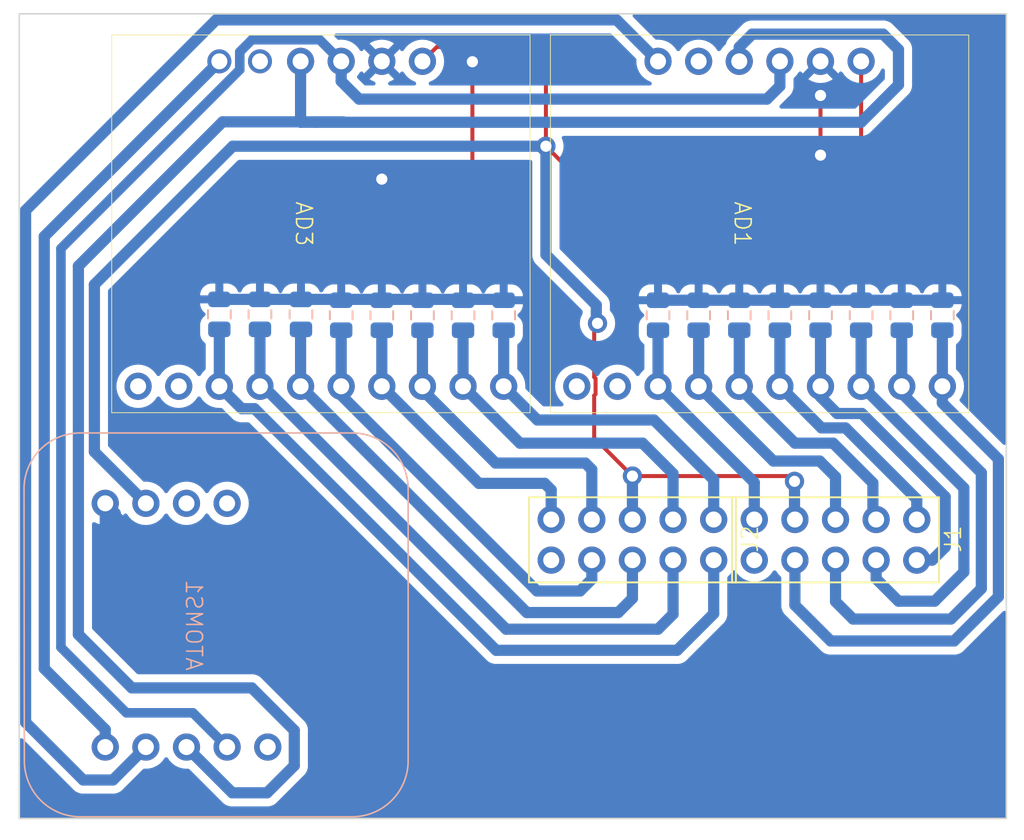
<source format=kicad_pcb>
(kicad_pcb (version 20221018) (generator pcbnew)
  (layers (0 "F.Cu" signal) (31 "B.Cu" signal) (34 "B.Paste" user) (35 "F.Paste" user) (36 "B.SilkS" user "B.Silkscreen") (37 "F.SilkS" user "F.Silkscreen") (38 "B.Mask" user) (39 "F.Mask" user) (44 "Edge.Cuts" user))
  (net 0 "")
  (net 1 "/1_I07")
  (net 2 "/1_I06")
  (net 3 "/1_I05")
  (net 4 "/1_I04")
  (net 5 "+5V")
  (net 6 "/1_I03")
  (net 7 "/1_I02")
  (net 8 "/1_I01")
  (net 9 "/1_I00")
  (net 10 "/2_I07")
  (net 11 "/2_I06")
  (net 12 "/2_I05")
  (net 13 "/2_I04")
  (net 14 "/2_I03")
  (net 15 "/2_I00")
  (net 16 "GND2")
  (net 17 "/SCL")
  (net 18 "/SDA")
  (net 19 "/2_I01")
  (net 21 "/G7")
  (net 27 "/G8")
  (net 31 "/PIN_10")
  (net 32 "/2_I02")
  (net 33 "/PIN_20")
  (footprint "EC_Buying_AD5593:EC Buying AD5593" (layer "F.Cu") (at 54.9656 61.6204 -90)
    (fp_text reference "AD1" (at 0 -10.366 -90 unlocked) (layer "F.SilkS") (effects (font (thickness 0.1))))
    (fp_text value "~")
    (fp_line (start -11.811 -24.511) (end -11.811 1.651) (stroke (width 0.05)) (layer "F.SilkS"))
    (fp_line (start -11.811 -24.511) (end 11.811 -24.511) (stroke (width 0.05)) (layer "F.SilkS"))
    (fp_line (start 11.811 -24.511) (end 11.811 1.651) (stroke (width 0.05)) (layer "F.SilkS"))
    (fp_line (start 11.811 1.651) (end -11.811 1.651) (stroke (width 0.05)) (layer "F.SilkS"))
    (pad "1" thru_hole circle (at -10.16 -17.78 270) (size 1.7 1.7) (drill 1) (layers "*.Cu" "*.Mask") (net 5 "+5V"))
    (pad "2" thru_hole circle (at -10.16 -15.24 270) (size 1.7 1.7) (drill 1) (layers "*.Cu" "*.Mask") (net 16 "GND2"))
    (pad "3" thru_hole circle (at -10.16 -12.7 270) (size 1.7 1.7) (drill 1) (layers "*.Cu" "*.Mask") (net 17 "/SCL"))
    (pad "4" thru_hole circle (at -10.16 -10.16 270) (size 1.7 1.7) (drill 1) (layers "*.Cu" "*.Mask") (net 18 "/SDA"))
    (pad "5" thru_hole circle (at -10.16 -7.62 270) (size 1.7 1.7) (drill 1) (layers "*.Cu" "*.Mask"))
    (pad "6" thru_hole circle (at -10.16 -5.08 270) (size 1.7 1.7) (drill 1) (layers "*.Cu" "*.Mask") (net 21 "/G7"))
    (pad "7" thru_hole circle (at 10.16 0 270) (size 1.7 1.7) (drill 1) (layers "*.Cu" "*.Mask" "Dwgs.User"))
    (pad "8" thru_hole circle (at 10.16 -2.54 270) (size 1.7 1.7) (drill 1) (layers "*.Cu" "*.Mask"))
    (pad "9" thru_hole circle (at 10.16 -5.08 270) (size 1.7 1.7) (drill 1) (layers "*.Cu" "*.Mask" "Dwgs.User") (net 6 "/1_I03"))
    (pad "10" thru_hole circle (at 10.16 -7.62 270) (size 1.7 1.7) (drill 1) (layers "*.Cu" "*.Mask") (net 7 "/1_I02"))
    (pad "11" thru_hole circle (at 10.16 -10.16 270) (size 1.7 1.7) (drill 1) (layers "*.Cu" "*.Mask") (net 8 "/1_I01"))
    (pad "12" thru_hole circle (at 10.16 -12.7 270) (size 1.7 1.7) (drill 1) (layers "*.Cu" "*.Mask") (net 9 "/1_I00"))
    (pad "13" thru_hole circle (at 10.16 -15.24 270) (size 1.7 1.7) (drill 1) (layers "*.Cu" "*.Mask") (net 15 "/2_I00"))
    (pad "14" thru_hole circle (at 10.16 -17.78 270) (size 1.7 1.7) (drill 1) (layers "*.Cu" "*.Mask") (net 19 "/2_I01"))
    (pad "15" thru_hole circle (at 10.16 -20.32 270) (size 1.7 1.7) (drill 1) (layers "*.Cu" "*.Mask") (net 32 "/2_I02"))
    (pad "16" thru_hole circle (at 10.16 -22.86 270) (size 1.7 1.7) (drill 1) (layers "*.Cu" "*.Mask") (net 14 "/2_I03"))
  )
  (footprint "EC_Buying_AD5593:EC Buying AD5593" (layer "F.Cu") (at 27.5336 61.6204 -90)
    (fp_text reference "AD3" (at 0 -10.366 -90 unlocked) (layer "F.SilkS") (effects (font (thickness 0.1))))
    (fp_text value "~")
    (fp_line (start -11.811 -24.511) (end -11.811 1.651) (stroke (width 0.05)) (layer "F.SilkS"))
    (fp_line (start -11.811 -24.511) (end 11.811 -24.511) (stroke (width 0.05)) (layer "F.SilkS"))
    (fp_line (start 11.811 -24.511) (end 11.811 1.651) (stroke (width 0.05)) (layer "F.SilkS"))
    (fp_line (start 11.811 1.651) (end -11.811 1.651) (stroke (width 0.05)) (layer "F.SilkS"))
    (pad "1" thru_hole circle (at -10.16 -17.78 270) (size 1.7 1.7) (drill 1) (layers "*.Cu" "*.Mask") (net 5 "+5V"))
    (pad "2" thru_hole circle (at -10.16 -15.24 270) (size 1.7 1.7) (drill 1) (layers "*.Cu" "*.Mask") (net 16 "GND2"))
    (pad "3" thru_hole circle (at -10.16 -12.7 270) (size 1.7 1.7) (drill 1) (layers "*.Cu" "*.Mask") (net 17 "/SCL"))
    (pad "4" thru_hole circle (at -10.16 -10.16 270) (size 1.7 1.7) (drill 1) (layers "*.Cu" "*.Mask") (net 18 "/SDA"))
    (pad "5" thru_hole circle (at -10.16 -7.62 270) (size 1.5 1.5) (drill 1) (layers "*.Cu" "*.Mask"))
    (pad "6" thru_hole circle (at -10.16 -5.08 270) (size 1.5 1.5) (drill 1) (layers "*.Cu" "*.Mask") (net 27 "/G8"))
    (pad "7" thru_hole circle (at 10.16 0 270) (size 1.7 1.7) (drill 1) (layers "*.Cu" "*.Mask"))
    (pad "8" thru_hole circle (at 10.16 -2.54 270) (size 1.7 1.7) (drill 1) (layers "*.Cu" "*.Mask"))
    (pad "9" thru_hole circle (at 10.16 -5.08 270) (size 1.7 1.7) (drill 1) (layers "*.Cu" "*.Mask") (net 13 "/2_I04"))
    (pad "10" thru_hole circle (at 10.16 -7.62 270) (size 1.7 1.7) (drill 1) (layers "*.Cu" "*.Mask") (net 12 "/2_I05"))
    (pad "11" thru_hole circle (at 10.16 -10.16 270) (size 1.7 1.7) (drill 1) (layers "*.Cu" "*.Mask") (net 11 "/2_I06"))
    (pad "12" thru_hole circle (at 10.16 -12.7 270) (size 1.7 1.7) (drill 1) (layers "*.Cu" "*.Mask") (net 10 "/2_I07"))
    (pad "13" thru_hole circle (at 10.16 -15.24 270) (size 1.7 1.7) (drill 1) (layers "*.Cu" "*.Mask") (net 1 "/1_I07"))
    (pad "14" thru_hole circle (at 10.16 -17.78 270) (size 1.7 1.7) (drill 1) (layers "*.Cu" "*.Mask") (net 2 "/1_I06"))
    (pad "15" thru_hole circle (at 10.16 -20.32 270) (size 1.7 1.7) (drill 1) (layers "*.Cu" "*.Mask") (net 3 "/1_I05"))
    (pad "16" thru_hole circle (at 10.16 -22.86 270) (size 1.7 1.7) (drill 1) (layers "*.Cu" "*.Mask") (net 4 "/1_I04"))
  )
  (footprint "PCM_4ms_Connector:Pins_2x05_2.54mm_TH" (layer "F.Cu") (at 71.1454 81.3816 -90)
    (fp_text reference "J1" (at -0.05 -7.35 90) (layer "F.SilkS") (effects (font (thickness 0.1))))
    (fp_text value "Pins_02x05" hide)
    (fp_line (start -2.66 -6.47) (end -2.66 6.47) (stroke (width 0.12)) (layer "F.SilkS"))
    (fp_line (start -2.66 6.47) (end 2.66 6.47) (stroke (width 0.12)) (layer "F.SilkS"))
    (fp_line (start 2.66 -6.47) (end -2.66 -6.47) (stroke (width 0.12)) (layer "F.SilkS"))
    (fp_line (start 2.66 6.47) (end 2.66 -6.47) (stroke (width 0.12)) (layer "F.SilkS"))
    (pad "1" thru_hole oval (at -1.27 -5.08 270) (size 1.7 1.7) (drill 1) (layers "*.Cu" "*.Mask") (net 9 "/1_I00"))
    (pad "2" thru_hole oval (at 1.27 -5.08 270) (size 1.7 1.7) (drill 1) (layers "*.Cu" "*.Mask") (net 15 "/2_I00"))
    (pad "3" thru_hole oval (at -1.27 -2.54 270) (size 1.7 1.7) (drill 1) (layers "*.Cu" "*.Mask") (net 8 "/1_I01"))
    (pad "4" thru_hole oval (at 1.27 -2.54 270) (size 1.7 1.7) (drill 1) (layers "*.Cu" "*.Mask") (net 19 "/2_I01"))
    (pad "5" thru_hole oval (at -1.27 0 270) (size 1.7 1.7) (drill 1) (layers "*.Cu" "*.Mask") (net 7 "/1_I02"))
    (pad "6" thru_hole oval (at 1.27 0 270) (size 1.7 1.7) (drill 1) (layers "*.Cu" "*.Mask") (net 32 "/2_I02"))
    (pad "7" thru_hole oval (at -1.27 2.54 270) (size 1.7 1.7) (drill 1) (layers "*.Cu" "*.Mask") (net 5 "+5V"))
    (pad "8" thru_hole oval (at 1.27 2.54 270) (size 1.7 1.7) (drill 1) (layers "*.Cu" "*.Mask") (net 14 "/2_I03"))
    (pad "9" thru_hole oval (at -1.27 5.08 270) (size 1.7 1.7) (drill 1) (layers "*.Cu" "*.Mask") (net 6 "/1_I03"))
    (pad "10" thru_hole oval (at 1.27 5.08 270) (size 1.7 1.7) (drill 1) (layers "*.Cu" "*.Mask") (net 31 "/PIN_10"))
  )
  (footprint "PCM_4ms_Connector:Pins_2x05_2.54mm_TH" (layer "F.Cu") (at 58.4454 81.3816 -90)
    (fp_text reference "J2" (at -0.05 -7.35 90) (layer "F.SilkS") (effects (font (thickness 0.1))))
    (fp_text value "Pins_02x05" hide)
    (fp_line (start -2.66 -6.47) (end -2.66 6.47) (stroke (width 0.12)) (layer "F.SilkS"))
    (fp_line (start -2.66 6.47) (end 2.66 6.47) (stroke (width 0.12)) (layer "F.SilkS"))
    (fp_line (start 2.66 -6.47) (end -2.66 -6.47) (stroke (width 0.12)) (layer "F.SilkS"))
    (fp_line (start 2.66 6.47) (end 2.66 -6.47) (stroke (width 0.12)) (layer "F.SilkS"))
    (pad "1" thru_hole oval (at -1.27 -5.08 270) (size 1.7 1.7) (drill 1) (layers "*.Cu" "*.Mask") (net 4 "/1_I04"))
    (pad "2" thru_hole oval (at 1.27 -5.08 270) (size 1.7 1.7) (drill 1) (layers "*.Cu" "*.Mask") (net 13 "/2_I04"))
    (pad "3" thru_hole oval (at -1.27 -2.54 270) (size 1.7 1.7) (drill 1) (layers "*.Cu" "*.Mask") (net 3 "/1_I05"))
    (pad "4" thru_hole oval (at 1.27 -2.54 270) (size 1.7 1.7) (drill 1) (layers "*.Cu" "*.Mask") (net 12 "/2_I05"))
    (pad "5" thru_hole oval (at -1.27 0 270) (size 1.7 1.7) (drill 1) (layers "*.Cu" "*.Mask") (net 5 "+5V"))
    (pad "6" thru_hole oval (at 1.27 0 270) (size 1.7 1.7) (drill 1) (layers "*.Cu" "*.Mask") (net 11 "/2_I06"))
    (pad "7" thru_hole oval (at -1.27 2.54 270) (size 1.7 1.7) (drill 1) (layers "*.Cu" "*.Mask") (net 2 "/1_I06"))
    (pad "8" thru_hole oval (at 1.27 2.54 270) (size 1.7 1.7) (drill 1) (layers "*.Cu" "*.Mask") (net 10 "/2_I07"))
    (pad "9" thru_hole oval (at -1.27 5.08 270) (size 1.7 1.7) (drill 1) (layers "*.Cu" "*.Mask") (net 1 "/1_I07"))
    (pad "10" thru_hole oval (at 1.27 5.08 270) (size 1.7 1.7) (drill 1) (layers "*.Cu" "*.Mask") (net 33 "/PIN_20"))
  )
  (footprint "PCM_4ms_Resistor:R_0805_2012Metric" (layer "B.Cu") (at 75.2856 67.3354 90)
    (fp_text reference "R11" hide)
    (fp_text value "R_US" hide)
    (fp_line (start -0.258578 -0.71) (end 0.258578 -0.71) (stroke (width 0.12)) (layer "B.SilkS"))
    (fp_line (start -0.258578 0.71) (end 0.258578 0.71) (stroke (width 0.12)) (layer "B.SilkS"))
    (pad "1" smd roundrect (at -0.9375 0 90) (size 0.975 1.4) (layers "B.Cu" "B.Paste" "B.Mask") (net 32 "/2_I02"))
    (pad "2" smd roundrect (at 0.9375 0 90) (size 0.975 1.4) (layers "B.Cu" "B.Paste" "B.Mask") (net 16 "GND2"))
  )
  (footprint "PCM_4ms_Resistor:R_0805_2012Metric" (layer "B.Cu") (at 42.7736 67.3377 90)
    (fp_text reference "R8" hide)
    (fp_text value "R_US" hide)
    (fp_line (start -0.258578 -0.71) (end 0.258578 -0.71) (stroke (width 0.12)) (layer "B.SilkS"))
    (fp_line (start -0.258578 0.71) (end 0.258578 0.71) (stroke (width 0.12)) (layer "B.SilkS"))
    (pad "1" smd roundrect (at -0.9375 0 90) (size 0.975 1.4) (layers "B.Cu" "B.Paste" "B.Mask") (net 1 "/1_I07"))
    (pad "2" smd roundrect (at 0.9375 0 90) (size 0.975 1.4) (layers "B.Cu" "B.Paste" "B.Mask") (net 16 "GND2"))
  )
  (footprint "PCM_4ms_Resistor:R_0805_2012Metric" (layer "B.Cu") (at 65.1256 67.3377 90)
    (fp_text reference "R2" hide)
    (fp_text value "R_US" hide)
    (fp_line (start -0.258578 -0.71) (end 0.258578 -0.71) (stroke (width 0.12)) (layer "B.SilkS"))
    (fp_line (start -0.258578 0.71) (end 0.258578 0.71) (stroke (width 0.12)) (layer "B.SilkS"))
    (pad "1" smd roundrect (at -0.9375 0 90) (size 0.975 1.4) (layers "B.Cu" "B.Paste" "B.Mask") (net 8 "/1_I01"))
    (pad "2" smd roundrect (at 0.9375 0 90) (size 0.975 1.4) (layers "B.Cu" "B.Paste" "B.Mask") (net 16 "GND2"))
  )
  (footprint "PCM_4ms_Resistor:R_0805_2012Metric" (layer "B.Cu") (at 77.8256 67.3331 90)
    (fp_text reference "R12" hide)
    (fp_text value "R_US" hide)
    (fp_line (start -0.258578 -0.71) (end 0.258578 -0.71) (stroke (width 0.12)) (layer "B.SilkS"))
    (fp_line (start -0.258578 0.71) (end 0.258578 0.71) (stroke (width 0.12)) (layer "B.SilkS"))
    (pad "1" smd roundrect (at -0.9375 0 90) (size 0.975 1.4) (layers "B.Cu" "B.Paste" "B.Mask") (net 14 "/2_I03"))
    (pad "2" smd roundrect (at 0.9375 0 90) (size 0.975 1.4) (layers "B.Cu" "B.Paste" "B.Mask") (net 16 "GND2"))
  )
  (footprint "PCM_4ms_Resistor:R_0805_2012Metric" (layer "B.Cu") (at 70.2056 67.3354 90)
    (fp_text reference "R9" hide)
    (fp_text value "R_US" hide)
    (fp_line (start -0.258578 -0.71) (end 0.258578 -0.71) (stroke (width 0.12)) (layer "B.SilkS"))
    (fp_line (start -0.258578 0.71) (end 0.258578 0.71) (stroke (width 0.12)) (layer "B.SilkS"))
    (pad "1" smd roundrect (at -0.9375 0 90) (size 0.975 1.4) (layers "B.Cu" "B.Paste" "B.Mask") (net 15 "/2_I00"))
    (pad "2" smd roundrect (at 0.9375 0 90) (size 0.975 1.4) (layers "B.Cu" "B.Paste" "B.Mask") (net 16 "GND2"))
  )
  (footprint "PCM_4ms_Resistor:R_0805_2012Metric" (layer "B.Cu") (at 45.3136 67.3377 90)
    (fp_text reference "R7" hide)
    (fp_text value "R_US" hide)
    (fp_line (start -0.258578 -0.71) (end 0.258578 -0.71) (stroke (width 0.12)) (layer "B.SilkS"))
    (fp_line (start -0.258578 0.71) (end 0.258578 0.71) (stroke (width 0.12)) (layer "B.SilkS"))
    (pad "1" smd roundrect (at -0.9375 0 90) (size 0.975 1.4) (layers "B.Cu" "B.Paste" "B.Mask") (net 2 "/1_I06"))
    (pad "2" smd roundrect (at 0.9375 0 90) (size 0.975 1.4) (layers "B.Cu" "B.Paste" "B.Mask") (net 16 "GND2"))
  )
  (footprint "PCM_4ms_Resistor:R_0805_2012Metric" (layer "B.Cu") (at 32.6136 67.2823 90)
    (fp_text reference "R13" hide)
    (fp_text value "R_US" hide)
    (fp_line (start -0.258578 -0.71) (end 0.258578 -0.71) (stroke (width 0.12)) (layer "B.SilkS"))
    (fp_line (start -0.258578 0.71) (end 0.258578 0.71) (stroke (width 0.12)) (layer "B.SilkS"))
    (pad "1" smd roundrect (at -0.9375 0 90) (size 0.975 1.4) (layers "B.Cu" "B.Paste" "B.Mask") (net 13 "/2_I04"))
    (pad "2" smd roundrect (at 0.9375 0 90) (size 0.975 1.4) (layers "B.Cu" "B.Paste" "B.Mask") (net 16 "GND2"))
  )
  (footprint "PCM_4ms_Resistor:R_0805_2012Metric" (layer "B.Cu") (at 62.5856 67.3377 90)
    (fp_text reference "R3" hide)
    (fp_text value "R_US" hide)
    (fp_line (start -0.258578 -0.71) (end 0.258578 -0.71) (stroke (width 0.12)) (layer "B.SilkS"))
    (fp_line (start -0.258578 0.71) (end 0.258578 0.71) (stroke (width 0.12)) (layer "B.SilkS"))
    (pad "1" smd roundrect (at -0.9375 0 90) (size 0.975 1.4) (layers "B.Cu" "B.Paste" "B.Mask") (net 7 "/1_I02"))
    (pad "2" smd roundrect (at 0.9375 0 90) (size 0.975 1.4) (layers "B.Cu" "B.Paste" "B.Mask") (net 16 "GND2"))
  )
  (footprint "ATOM_S3:ATOM_S3" (layer "B.Cu") (at 28.02 87.4 90)
    (fp_text reference "ATOMS1" (at 0.68 3 270 unlocked) (layer "B.SilkS") (effects (font (thickness 0.1)) (justify mirror)))
    (fp_text value "~")
    (fp_line (start -11.3 12.9) (end -11.3 -4.1) (stroke (width 0.1)) (layer "B.SilkS"))
    (fp_line (start 9.2 -7.62) (end -7.8 -7.6) (stroke (width 0.1)) (layer "B.SilkS"))
    (fp_line (start 9.2 16.4) (end -7.8 16.4) (stroke (width 0.1)) (layer "B.SilkS"))
    (fp_line (start 12.7 -4.12) (end 12.7 12.9) (stroke (width 0.1)) (layer "B.SilkS"))
    (fp_arc (start -11.3 -4.1) (mid -10.274874 -6.574874) (end -7.8 -7.6) (stroke (width 0.1)) (layer "B.SilkS"))
    (fp_arc (start -7.8 16.4) (mid -10.274874 15.374874) (end -11.3 12.9) (stroke (width 0.1)) (layer "B.SilkS"))
    (fp_arc (start 9.2 -7.62) (mid 11.674874 -6.594874) (end 12.7 -4.12) (stroke (width 0.1)) (layer "B.SilkS"))
    (fp_arc (start 12.7 12.9) (mid 11.674874 15.374874) (end 9.2 16.4) (stroke (width 0.1)) (layer "B.SilkS"))
    (pad "1" thru_hole circle (at -6.94 7.62 90) (size 1.7 1.7) (drill 1) (layers "*.Cu" "*.Mask"))
    (pad "2" thru_hole circle (at -6.94 5.08 90) (size 1.7 1.7) (drill 1) (layers "*.Cu" "*.Mask") (net 17 "/SCL"))
    (pad "3" thru_hole circle (at -6.94 2.54 90) (size 1.7 1.7) (drill 1) (layers "*.Cu" "*.Mask") (net 18 "/SDA"))
    (pad "4" thru_hole circle (at -6.94 0 90) (size 1.7 1.7) (drill 1) (layers "*.Cu" "*.Mask") (net 21 "/G7"))
    (pad "5" thru_hole circle (at -6.94 -2.54 90) (size 1.7 1.7) (drill 1) (layers "*.Cu" "*.Mask") (net 27 "/G8"))
    (pad "10" thru_hole circle (at 8.3 -2.54 90) (size 1.7 1.7) (drill 1) (layers "*.Cu" "*.Mask") (net 16 "GND2"))
    (pad "11" thru_hole circle (at 8.3 0 90) (size 1.7 1.7) (drill 1) (layers "*.Cu" "*.Mask") (net 5 "+5V"))
    (pad "12" thru_hole circle (at 8.3 2.54 90) (size 1.7 1.7) (drill 1) (layers "*.Cu" "*.Mask"))
    (pad "13" thru_hole circle (at 8.3 5.08 90) (size 1.7 1.7) (drill 1) (layers "*.Cu" "*.Mask"))
  )
  (footprint "PCM_4ms_Resistor:R_0805_2012Metric" (layer "B.Cu") (at 40.2336 67.3354 90)
    (fp_text reference "R16" hide)
    (fp_text value "R_US" hide)
    (fp_line (start -0.258578 -0.71) (end 0.258578 -0.71) (stroke (width 0.12)) (layer "B.SilkS"))
    (fp_line (start -0.258578 0.71) (end 0.258578 0.71) (stroke (width 0.12)) (layer "B.SilkS"))
    (pad "1" smd roundrect (at -0.9375 0 90) (size 0.975 1.4) (layers "B.Cu" "B.Paste" "B.Mask") (net 10 "/2_I07"))
    (pad "2" smd roundrect (at 0.9375 0 90) (size 0.975 1.4) (layers "B.Cu" "B.Paste" "B.Mask") (net 16 "GND2"))
  )
  (footprint "PCM_4ms_Resistor:R_0805_2012Metric" (layer "B.Cu") (at 47.8536 67.3377 90)
    (fp_text reference "R6" hide)
    (fp_text value "R_US" hide)
    (fp_line (start -0.258578 -0.71) (end 0.258578 -0.71) (stroke (width 0.12)) (layer "B.SilkS"))
    (fp_line (start -0.258578 0.71) (end 0.258578 0.71) (stroke (width 0.12)) (layer "B.SilkS"))
    (pad "1" smd roundrect (at -0.9375 0 90) (size 0.975 1.4) (layers "B.Cu" "B.Paste" "B.Mask") (net 3 "/1_I05"))
    (pad "2" smd roundrect (at 0.9375 0 90) (size 0.975 1.4) (layers "B.Cu" "B.Paste" "B.Mask") (net 16 "GND2"))
  )
  (footprint "PCM_4ms_Resistor:R_0805_2012Metric" (layer "B.Cu") (at 35.1536 67.2823 90)
    (fp_text reference "R14" hide)
    (fp_text value "R_US" hide)
    (fp_line (start -0.258578 -0.71) (end 0.258578 -0.71) (stroke (width 0.12)) (layer "B.SilkS"))
    (fp_line (start -0.258578 0.71) (end 0.258578 0.71) (stroke (width 0.12)) (layer "B.SilkS"))
    (pad "1" smd roundrect (at -0.9375 0 90) (size 0.975 1.4) (layers "B.Cu" "B.Paste" "B.Mask") (net 12 "/2_I05"))
    (pad "2" smd roundrect (at 0.9375 0 90) (size 0.975 1.4) (layers "B.Cu" "B.Paste" "B.Mask") (net 16 "GND2"))
  )
  (footprint "PCM_4ms_Resistor:R_0805_2012Metric" (layer "B.Cu") (at 50.3936 67.3377 90)
    (fp_text reference "R5" hide)
    (fp_text value "R_US" hide)
    (fp_line (start -0.258578 -0.71) (end 0.258578 -0.71) (stroke (width 0.12)) (layer "B.SilkS"))
    (fp_line (start -0.258578 0.71) (end 0.258578 0.71) (stroke (width 0.12)) (layer "B.SilkS"))
    (pad "1" smd roundrect (at -0.9375 0 90) (size 0.975 1.4) (layers "B.Cu" "B.Paste" "B.Mask") (net 4 "/1_I04"))
    (pad "2" smd roundrect (at 0.9375 0 90) (size 0.975 1.4) (layers "B.Cu" "B.Paste" "B.Mask") (net 16 "GND2"))
  )
  (footprint "PCM_4ms_Resistor:R_0805_2012Metric" (layer "B.Cu") (at 72.7456 67.3354 90)
    (fp_text reference "R10" hide)
    (fp_text value "R_US" hide)
    (fp_line (start -0.258578 -0.71) (end 0.258578 -0.71) (stroke (width 0.12)) (layer "B.SilkS"))
    (fp_line (start -0.258578 0.71) (end 0.258578 0.71) (stroke (width 0.12)) (layer "B.SilkS"))
    (pad "1" smd roundrect (at -0.9375 0 90) (size 0.975 1.4) (layers "B.Cu" "B.Paste" "B.Mask") (net 19 "/2_I01"))
    (pad "2" smd roundrect (at 0.9375 0 90) (size 0.975 1.4) (layers "B.Cu" "B.Paste" "B.Mask") (net 16 "GND2"))
  )
  (footprint "PCM_4ms_Resistor:R_0805_2012Metric" (layer "B.Cu") (at 37.719 67.2846 90)
    (fp_text reference "R15" hide)
    (fp_text value "R_US" hide)
    (fp_line (start -0.258578 -0.71) (end 0.258578 -0.71) (stroke (width 0.12)) (layer "B.SilkS"))
    (fp_line (start -0.258578 0.71) (end 0.258578 0.71) (stroke (width 0.12)) (layer "B.SilkS"))
    (pad "1" smd roundrect (at -0.9375 0 90) (size 0.975 1.4) (layers "B.Cu" "B.Paste" "B.Mask") (net 11 "/2_I06"))
    (pad "2" smd roundrect (at 0.9375 0 90) (size 0.975 1.4) (layers "B.Cu" "B.Paste" "B.Mask") (net 16 "GND2"))
  )
  (footprint "PCM_4ms_Resistor:R_0805_2012Metric" (layer "B.Cu") (at 60.0456 67.3377 90)
    (fp_text reference "R4" hide)
    (fp_text value "R_US" hide)
    (fp_line (start -0.258578 -0.71) (end 0.258578 -0.71) (stroke (width 0.12)) (layer "B.SilkS"))
    (fp_line (start -0.258578 0.71) (end 0.258578 0.71) (stroke (width 0.12)) (layer "B.SilkS"))
    (pad "1" smd roundrect (at -0.9375 0 90) (size 0.975 1.4) (layers "B.Cu" "B.Paste" "B.Mask") (net 6 "/1_I03"))
    (pad "2" smd roundrect (at 0.9375 0 90) (size 0.975 1.4) (layers "B.Cu" "B.Paste" "B.Mask") (net 16 "GND2"))
  )
  (footprint "PCM_4ms_Resistor:R_0805_2012Metric" (layer "B.Cu") (at 67.6656 67.3377 90)
    (fp_text reference "R1" hide)
    (fp_text value "R_US" hide)
    (fp_line (start -0.258578 -0.71) (end 0.258578 -0.71) (stroke (width 0.12)) (layer "B.SilkS"))
    (fp_line (start -0.258578 0.71) (end 0.258578 0.71) (stroke (width 0.12)) (layer "B.SilkS"))
    (pad "1" smd roundrect (at -0.9375 0 90) (size 0.975 1.4) (layers "B.Cu" "B.Paste" "B.Mask") (net 9 "/1_I00"))
    (pad "2" smd roundrect (at 0.9375 0 90) (size 0.975 1.4) (layers "B.Cu" "B.Paste" "B.Mask") (net 16 "GND2"))
  )
  (gr_rect (start 20.1041 48.4886) (end 81.8261 98.806) (stroke (width 0.1)) (fill none) (layer "Edge.Cuts"))
  (segment (start 52.959 77.851) (end 53.3654 78.2574) (width 0.7) (layer "B.Cu") (net 1))
  (segment (start 53.3654 78.2574) (end 53.3654 80.1116) (width 0.7) (layer "B.Cu") (net 1))
  (segment (start 48.8442 77.851) (end 52.959 77.851) (width 0.7) (layer "B.Cu") (net 1))
  (segment (start 42.7736 68.2752) (end 42.7736 71.7804) (width 0.7) (layer "B.Cu") (net 1))
  (segment (start 42.7736 71.7804) (end 48.8442 77.851) (width 0.7) (layer "B.Cu") (net 1))
  (segment (start 45.3136 72.009) (end 49.8856 76.581) (width 0.7) (layer "B.Cu") (net 2))
  (segment (start 45.3136 71.7804) (end 45.3136 72.009) (width 0.7) (layer "B.Cu") (net 2))
  (segment (start 49.8856 76.581) (end 55.499 76.581) (width 0.7) (layer "B.Cu") (net 2))
  (segment (start 55.9054 76.9874) (end 55.9054 80.1116) (width 0.7) (layer "B.Cu") (net 2))
  (segment (start 55.499 76.581) (end 55.9054 76.9874) (width 0.7) (layer "B.Cu") (net 2))
  (segment (start 45.3136 68.2752) (end 45.3136 71.7804) (width 0.7) (layer "B.Cu") (net 2))
  (segment (start 47.8536 71.7804) (end 51.4096 75.3364) (width 0.7) (layer "B.Cu") (net 3))
  (segment (start 59.0804 75.3364) (end 60.9854 77.2414) (width 0.7) (layer "B.Cu") (net 3))
  (segment (start 60.9854 77.2414) (end 60.9854 80.1116) (width 0.7) (layer "B.Cu") (net 3))
  (segment (start 47.8536 68.2752) (end 47.8536 71.7804) (width 0.7) (layer "B.Cu") (net 3))
  (segment (start 51.4096 75.3364) (end 59.0804 75.3364) (width 0.7) (layer "B.Cu") (net 3))
  (segment (start 50.3936 71.7804) (end 52.5018 73.8886) (width 0.7) (layer "B.Cu") (net 4))
  (segment (start 52.5018 73.8886) (end 59.7916 73.8886) (width 0.7) (layer "B.Cu") (net 4))
  (segment (start 50.3936 68.2752) (end 50.3936 71.7804) (width 0.7) (layer "B.Cu") (net 4))
  (segment (start 63.5254 77.6224) (end 63.5254 80.1116) (width 0.7) (layer "B.Cu") (net 4))
  (segment (start 59.7916 73.8886) (end 63.5254 77.6224) (width 0.7) (layer "B.Cu") (net 4))
  (segment (start 53.0352 56.769) (end 55.245 58.9788) (width 0.25) (layer "F.Cu") (net 5))
  (segment (start 56.0526 71.205699) (end 56.1406 71.293699) (width 0.25) (layer "F.Cu") (net 5))
  (segment (start 55.245 58.9788) (end 71.4756 58.9788) (width 0.25) (layer "F.Cu") (net 5))
  (segment (start 56.0526 75.001) (end 58.4454 77.3938) (width 0.25) (layer "F.Cu") (net 5))
  (segment (start 56.261 67.8434) (end 56.0526 68.0518) (width 0.25) (layer "F.Cu") (net 5))
  (segment (start 68.2498 77.3938) (end 68.58 77.724) (width 0.25) (layer "F.Cu") (net 5))
  (segment (start 46.2132 50.5608) (end 45.3136 51.4604) (width 0.25) (layer "F.Cu") (net 5))
  (segment (start 56.1406 71.293699) (end 56.1406 72.267101) (width 0.25) (layer "F.Cu") (net 5))
  (segment (start 56.0526 72.355101) (end 56.0526 75.001) (width 0.25) (layer "F.Cu") (net 5))
  (segment (start 71.4756 58.9788) (end 72.7456 57.7088) (width 0.25) (layer "F.Cu") (net 5))
  (segment (start 72.7456 57.7088) (end 72.7456 51.4604) (width 0.25) (layer "F.Cu") (net 5))
  (segment (start 56.1406 72.267101) (end 56.0526 72.355101) (width 0.25) (layer "F.Cu") (net 5))
  (segment (start 58.4454 77.3938) (end 68.2498 77.3938) (width 0.25) (layer "F.Cu") (net 5))
  (segment (start 53.0352 51.2826) (end 52.3134 50.5608) (width 0.25) (layer "F.Cu") (net 5))
  (segment (start 52.3134 50.5608) (end 46.2132 50.5608) (width 0.25) (layer "F.Cu") (net 5))
  (segment (start 53.0352 56.769) (end 53.0352 51.2826) (width 0.25) (layer "F.Cu") (net 5))
  (segment (start 56.0526 68.0518) (end 56.0526 71.205699) (width 0.25) (layer "F.Cu") (net 5))
  (via (at 53.0352 56.769) (size 1.2) (drill 0.7) (layers "F.Cu" "B.Cu") (net 5))
  (via (at 56.261 67.8434) (size 1.2) (drill 0.7) (layers "F.Cu" "B.Cu") (net 5))
  (via (at 58.4454 77.3938) (size 1.2) (drill 0.7) (layers "F.Cu" "B.Cu") (net 5))
  (via (at 68.58 77.724) (size 1.2) (drill 0.7) (layers "F.Cu" "B.Cu") (net 5))
  (segment (start 56.0324 66.548) (end 56.1848 66.7004) (width 0.7) (layer "B.Cu") (net 5))
  (segment (start 68.58 77.724) (end 68.58 80.0862) (width 0.7) (layer "B.Cu") (net 5))
  (segment (start 33.4518 56.769) (end 24.8 65.4208) (width 0.7) (layer "B.Cu") (net 5))
  (segment (start 53.0352 56.769) (end 53.0352 63.5508) (width 0.7) (layer "B.Cu") (net 5))
  (segment (start 56.1848 66.7004) (end 56.1848 67.945) (width 0.7) (layer "B.Cu") (net 5))
  (segment (start 68.58 80.0862) (end 68.6054 80.1116) (width 0.25) (layer "B.Cu") (net 5))
  (segment (start 53.0352 63.5508) (end 56.0324 66.548) (width 0.7) (layer "B.Cu") (net 5))
  (segment (start 53.0352 56.769) (end 33.4518 56.769) (width 0.7) (layer "B.Cu") (net 5))
  (segment (start 24.8 75.88) (end 28.02 79.1) (width 0.7) (layer "B.Cu") (net 5))
  (segment (start 24.8 65.4208) (end 24.8 75.88) (width 0.7) (layer "B.Cu") (net 5))
  (segment (start 58.4454 77.3938) (end 58.4454 80.1116) (width 0.7) (layer "B.Cu") (net 5))
  (segment (start 60.0456 71.7804) (end 60.0456 68.2752) (width 0.7) (layer "B.Cu") (net 6))
  (segment (start 66.0654 80.1116) (end 66.0654 77.8002) (width 0.7) (layer "B.Cu") (net 6))
  (segment (start 66.0654 77.8002) (end 60.0456 71.7804) (width 0.7) (layer "B.Cu") (net 6))
  (segment (start 62.5856 71.7804) (end 67.2592 76.454) (width 0.7) (layer "B.Cu") (net 7))
  (segment (start 62.5856 71.7804) (end 62.5856 68.2752) (width 0.7) (layer "B.Cu") (net 7))
  (segment (start 70.1548 76.454) (end 71.1454 77.4446) (width 0.7) (layer "B.Cu") (net 7))
  (segment (start 71.1454 77.4446) (end 71.1454 80.1116) (width 0.7) (layer "B.Cu") (net 7))
  (segment (start 67.2592 76.454) (end 70.1548 76.454) (width 0.7) (layer "B.Cu") (net 7))
  (segment (start 70.993 75.3364) (end 73.4822 77.8256) (width 0.7) (layer "B.Cu") (net 8))
  (segment (start 65.1256 71.7804) (end 65.1256 71.8566) (width 0.7) (layer "B.Cu") (net 8))
  (segment (start 65.1256 71.8566) (end 68.6054 75.3364) (width 0.7) (layer "B.Cu") (net 8))
  (segment (start 68.6054 75.3364) (end 70.993 75.3364) (width 0.7) (layer "B.Cu") (net 8))
  (segment (start 73.4822 77.8256) (end 73.4822 79.9084) (width 0.7) (layer "B.Cu") (net 8))
  (segment (start 65.1256 71.7804) (end 65.1256 68.2752) (width 0.7) (layer "B.Cu") (net 8))
  (segment (start 73.4822 79.9084) (end 73.6854 80.1116) (width 0.7) (layer "B.Cu") (net 8))
  (segment (start 71.766 74.3822) (end 76.2254 78.8416) (width 0.7) (layer "B.Cu") (net 9))
  (segment (start 67.6656 71.7804) (end 67.6656 68.2752) (width 0.7) (layer "B.Cu") (net 9))
  (segment (start 67.6656 71.7804) (end 70.2674 74.3822) (width 0.7) (layer "B.Cu") (net 9))
  (segment (start 70.2674 74.3822) (end 71.766 74.3822) (width 0.7) (layer "B.Cu") (net 9))
  (segment (start 76.2254 78.8416) (end 76.2254 80.1116) (width 0.7) (layer "B.Cu") (net 9))
  (segment (start 40.2336 71.7804) (end 40.2336 72.3392) (width 0.7) (layer "B.Cu") (net 10))
  (segment (start 40.2336 72.3392) (end 52.4764 84.582) (width 0.7) (layer "B.Cu") (net 10))
  (segment (start 40.2336 68.2729) (end 40.2336 71.7804) (width 0.7) (layer "B.Cu") (net 10))
  (segment (start 55.1688 84.582) (end 55.9054 83.8454) (width 0.7) (layer "B.Cu") (net 10))
  (segment (start 55.9054 83.8454) (end 55.9054 82.6516) (width 0.7) (layer "B.Cu") (net 10))
  (segment (start 52.4764 84.582) (end 55.1688 84.582) (width 0.7) (layer "B.Cu") (net 10))
  (segment (start 57.5564 85.9282) (end 58.4454 85.0392) (width 0.7) (layer "B.Cu") (net 11))
  (segment (start 58.4454 85.0392) (end 58.4454 82.6516) (width 0.7) (layer "B.Cu") (net 11))
  (segment (start 51.8414 85.9282) (end 57.5564 85.9282) (width 0.7) (layer "B.Cu") (net 11))
  (segment (start 37.719 68.2221) (end 37.6936 68.2475) (width 0.25) (layer "B.Cu") (net 11))
  (segment (start 37.6936 68.2475) (end 37.6936 71.7804) (width 0.7) (layer "B.Cu") (net 11))
  (segment (start 37.6936 71.7804) (end 51.8414 85.9282) (width 0.7) (layer "B.Cu") (net 11))
  (segment (start 35.1536 71.7804) (end 35.1536 68.2198) (width 0.7) (layer "B.Cu") (net 12))
  (segment (start 60.9854 86.0298) (end 60.9854 82.6516) (width 0.7) (layer "B.Cu") (net 12))
  (segment (start 60.0456 86.9696) (end 60.9854 86.0298) (width 0.7) (layer "B.Cu") (net 12))
  (segment (start 35.1536 71.7804) (end 35.3568 71.7804) (width 0.7) (layer "B.Cu") (net 12))
  (segment (start 50.546 86.9696) (end 60.0456 86.9696) (width 0.7) (layer "B.Cu") (net 12))
  (segment (start 35.3568 71.7804) (end 50.546 86.9696) (width 0.7) (layer "B.Cu") (net 12))
  (segment (start 63.5254 86.0044) (end 63.5254 82.6516) (width 0.7) (layer "B.Cu") (net 13))
  (segment (start 32.6136 71.7804) (end 34.0136 73.1804) (width 0.7) (layer "B.Cu") (net 13))
  (segment (start 32.6136 71.7804) (end 32.6136 68.2198) (width 0.7) (layer "B.Cu") (net 13))
  (segment (start 34.8137 73.1804) (end 49.9237 88.2904) (width 0.7) (layer "B.Cu") (net 13))
  (segment (start 61.2394 88.2904) (end 63.5254 86.0044) (width 0.7) (layer "B.Cu") (net 13))
  (segment (start 34.0136 73.1804) (end 34.8137 73.1804) (width 0.7) (layer "B.Cu") (net 13))
  (segment (start 49.9237 88.2904) (end 61.2394 88.2904) (width 0.7) (layer "B.Cu") (net 13))
  (segment (start 70.8406 87.7062) (end 78.5622 87.7062) (width 0.7) (layer "B.Cu") (net 14))
  (segment (start 68.6054 82.6516) (end 68.6054 85.471) (width 0.7) (layer "B.Cu") (net 14))
  (segment (start 77.8256 72.8256) (end 77.8256 71.7804) (width 0.7) (layer "B.Cu") (net 14))
  (segment (start 81.3308 76.3308) (end 77.8256 72.8256) (width 0.7) (layer "B.Cu") (net 14))
  (segment (start 77.8256 71.7804) (end 77.8256 68.2706) (width 0.7) (layer "B.Cu") (net 14))
  (segment (start 68.6054 85.471) (end 70.8406 87.7062) (width 0.7) (layer "B.Cu") (net 14))
  (segment (start 78.5622 87.7062) (end 81.3308 84.9376) (width 0.7) (layer "B.Cu") (net 14))
  (segment (start 81.3308 84.9376) (end 81.3308 76.3308) (width 0.7) (layer "B.Cu") (net 14))
  (segment (start 71.247 73.4822) (end 70.2056 72.4408) (width 0.7) (layer "B.Cu") (net 15))
  (segment (start 70.2056 72.4408) (end 70.2056 71.7804) (width 0.7) (layer "B.Cu") (net 15))
  (segment (start 78.0034 78.6892) (end 72.7964 73.4822) (width 0.7) (layer "B.Cu") (net 15))
  (segment (start 76.2254 82.6516) (end 77.1906 82.6516) (width 0.7) (layer "B.Cu") (net 15))
  (segment (start 77.1906 82.6516) (end 78.0034 81.8388) (width 0.7) (layer "B.Cu") (net 15))
  (segment (start 70.2056 71.7804) (end 70.2056 68.2729) (width 0.7) (layer "B.Cu") (net 15))
  (segment (start 78.0034 81.8388) (end 78.0034 78.6892) (width 0.7) (layer "B.Cu") (net 15))
  (segment (start 72.7964 73.4822) (end 71.247 73.4822) (width 0.7) (layer "B.Cu") (net 15))
  (segment (start 47.4472 58.8264) (end 42.7736 58.8264) (width 0.25) (layer "F.Cu") (net 16))
  (segment (start 48.4378 57.8358) (end 47.4472 58.8264) (width 0.25) (layer "F.Cu") (net 16))
  (segment (start 48.4378 51.4858) (end 48.4378 57.8358) (width 0.25) (layer "F.Cu") (net 16))
  (segment (start 70.2056 57.3278) (end 70.2056 53.594) (width 0.25) (layer "F.Cu") (net 16))
  (via (at 70.2056 57.3278) (size 1.2) (drill 0.7) (layers "F.Cu" "B.Cu") (net 16))
  (via (at 70.2056 53.594) (size 1.2) (drill 0.7) (layers "F.Cu" "B.Cu") (net 16))
  (via (at 42.7736 58.8264) (size 1.2) (drill 0.7) (layers "F.Cu" "B.Cu") (net 16))
  (via (at 48.4378 51.4858) (size 1.2) (drill 0.7) (layers "F.Cu" "B.Cu") (net 16))
  (segment (start 32.6136 66.3448) (end 50.3382 66.3448) (width 0.7) (layer "B.Cu") (net 16))
  (segment (start 25.48 79.1) (end 25.48 81.58) (width 0.7) (layer "B.Cu") (net 16))
  (segment (start 60.0456 66.4002) (end 77.821 66.4002) (width 0.7) (layer "B.Cu") (net 16))
  (segment (start 26.1 79.72) (end 26.1 81.3) (width 0.7) (layer "B.Cu") (net 16))
  (segment (start 50.3382 66.3448) (end 50.3936 66.4002) (width 0.7) (layer "B.Cu") (net 16))
  (segment (start 77.821 66.4002) (end 77.8256 66.3956) (width 0.7) (layer "B.Cu") (net 16))
  (segment (start 25.48 79.1) (end 26.1 79.72) (width 0.7) (layer "B.Cu") (net 16))
  (segment (start 25.48 81.58) (end 25.5 81.6) (width 0.7) (layer "B.Cu") (net 16))
  (segment (start 33.1 94.34) (end 30.96 92.2) (width 0.6) (layer "B.Cu") (net 17))
  (segment (start 33.8916 51.983138) (end 33.8916 50.8682) (width 0.6) (layer "B.Cu") (net 17))
  (segment (start 67.6656 53.0098) (end 67.6656 51.4604) (width 0.7) (layer "B.Cu") (net 17))
  (segment (start 40.2336 52.705) (end 41.3512 53.8226) (width 0.7) (layer "B.Cu") (net 17))
  (segment (start 41.3512 53.8226) (end 66.8528 53.8226) (width 0.7) (layer "B.Cu") (net 17))
  (segment (start 38.8836 50.1104) (end 40.2336 51.4604) (width 0.6) (layer "B.Cu") (net 17))
  (segment (start 33.8916 50.8682) (end 34.6494 50.1104) (width 0.6) (layer "B.Cu") (net 17))
  (segment (start 26.8 92.2) (end 22.7076 88.1076) (width 0.6) (layer "B.Cu") (net 17))
  (segment (start 22.7076 63.167138) (end 33.8916 51.983138) (width 0.6) (layer "B.Cu") (net 17))
  (segment (start 30.96 92.2) (end 26.8 92.2) (width 0.6) (layer "B.Cu") (net 17))
  (segment (start 66.8528 53.8226) (end 67.6656 53.0098) (width 0.7) (layer "B.Cu") (net 17))
  (segment (start 34.6494 50.1104) (end 38.8836 50.1104) (width 0.6) (layer "B.Cu") (net 17))
  (segment (start 40.2336 51.4604) (end 40.2336 52.705) (width 0.7) (layer "B.Cu") (net 17))
  (segment (start 22.7076 88.1076) (end 22.7076 63.167138) (width 0.6) (layer "B.Cu") (net 17))
  (segment (start 75.0824 52.9336) (end 75.0824 50.7238) (width 0.7) (layer "B.Cu") (net 18))
  (segment (start 65.1256 50.5714) (end 65.1256 51.4604) (width 0.7) (layer "B.Cu") (net 18))
  (segment (start 65.9384 49.7586) (end 65.1256 50.5714) (width 0.7) (layer "B.Cu") (net 18))
  (segment (start 37.6936 51.4604) (end 37.6936 55.2704) (width 0.7) (layer "B.Cu") (net 18))
  (segment (start 38.608 55.2704) (end 72.7456 55.2704) (width 0.7) (layer "B.Cu") (net 18))
  (segment (start 32.818 55.2438) (end 40.3752 55.2438) (width 0.7) (layer "B.Cu") (net 18))
  (segment (start 27.1408 90.6408) (end 23.7998 87.2998) (width 0.7) (layer "B.Cu") (net 18))
  (segment (start 35.6 97.2) (end 37.3 95.5) (width 0.7) (layer "B.Cu") (net 18))
  (segment (start 23.7998 64.262) (end 32.818 55.2438) (width 0.7) (layer "B.Cu") (net 18))
  (segment (start 75.0824 50.7238) (end 74.1172 49.7586) (width 0.7) (layer "B.Cu") (net 18))
  (segment (start 37.3 93.3) (end 34.6408 90.6408) (width 0.7) (layer "B.Cu") (net 18))
  (segment (start 30.56 94.34) (end 33.42 97.2) (width 0.7) (layer "B.Cu") (net 18))
  (segment (start 37.6936 55.2704) (end 38.608 55.2704) (width 0.7) (layer "B.Cu") (net 18))
  (segment (start 37.3 95.5) (end 37.3 93.3) (width 0.7) (layer "B.Cu") (net 18))
  (segment (start 34.6408 90.6408) (end 27.1408 90.6408) (width 0.7) (layer "B.Cu") (net 18))
  (segment (start 33.42 97.2) (end 35.6 97.2) (width 0.7) (layer "B.Cu") (net 18))
  (segment (start 74.1172 49.7586) (end 65.9384 49.7586) (width 0.7) (layer "B.Cu") (net 18))
  (segment (start 72.7456 55.2704) (end 75.0824 52.9336) (width 0.7) (layer "B.Cu") (net 18))
  (segment (start 23.7998 87.2998) (end 23.7998 64.262) (width 0.7) (layer "B.Cu") (net 18))
  (segment (start 79.1718 78.1431) (end 72.8091 71.7804) (width 0.7) (layer "B.Cu") (net 19))
  (segment (start 73.6854 82.6516) (end 73.6854 83.82) (width 0.7) (layer "B.Cu") (net 19))
  (segment (start 73.6854 83.82) (end 75.0824 85.217) (width 0.7) (layer "B.Cu") (net 19))
  (segment (start 72.8091 71.7804) (end 72.7456 71.7804) (width 0.7) (layer "B.Cu") (net 19))
  (segment (start 77.343 85.217) (end 79.1718 83.3882) (width 0.7) (layer "B.Cu") (net 19))
  (segment (start 75.0824 85.217) (end 77.343 85.217) (width 0.7) (layer "B.Cu") (net 19))
  (segment (start 72.7456 71.7804) (end 72.7456 68.2729) (width 0.7) (layer "B.Cu") (net 19))
  (segment (start 79.1718 83.3882) (end 79.1718 78.1431) (width 0.7) (layer "B.Cu") (net 19))
  (segment (start 32.4104 48.8696) (end 57.4548 48.8696) (width 0.7) (layer "B.Cu") (net 21))
  (segment (start 20.4978 60.7822) (end 32.4104 48.8696) (width 0.7) (layer "B.Cu") (net 21))
  (segment (start 20.4978 92.7978) (end 20.4978 60.7822) (width 0.7) (layer "B.Cu") (net 21))
  (segment (start 24.1 96.4) (end 20.4978 92.7978) (width 0.7) (layer "B.Cu") (net 21))
  (segment (start 28.02 94.34) (end 25.96 96.4) (width 0.7) (layer "B.Cu") (net 21))
  (segment (start 25.96 96.4) (end 24.1 96.4) (width 0.7) (layer "B.Cu") (net 21))
  (segment (start 57.4548 48.8696) (end 60.0456 51.4604) (width 0.7) (layer "B.Cu") (net 21))
  (segment (start 21.6662 89.4334) (end 21.6662 62.4078) (width 0.7) (layer "B.Cu") (net 27))
  (segment (start 25.48 93.2472) (end 21.6662 89.4334) (width 0.7) (layer "B.Cu") (net 27))
  (segment (start 25.48 94.34) (end 25.48 93.2472) (width 0.7) (layer "B.Cu") (net 27))
  (segment (start 21.6662 62.4078) (end 32.6136 51.4604) (width 0.7) (layer "B.Cu") (net 27))
  (segment (start 71.1454 85.2424) (end 72.2376 86.3346) (width 0.7) (layer "B.Cu") (net 32))
  (segment (start 78.359 86.3346) (end 80.264 84.4296) (width 0.7) (layer "B.Cu") (net 32))
  (segment (start 80.264 84.4296) (end 80.264 77.1906) (width 0.7) (layer "B.Cu") (net 32))
  (segment (start 72.2376 86.3346) (end 78.359 86.3346) (width 0.7) (layer "B.Cu") (net 32))
  (segment (start 75.2856 72.2122) (end 75.2856 71.7804) (width 0.7) (layer "B.Cu") (net 32))
  (segment (start 75.2856 71.7804) (end 75.2856 68.2729) (width 0.7) (layer "B.Cu") (net 32))
  (segment (start 71.1454 82.6516) (end 71.1454 85.2424) (width 0.7) (layer "B.Cu") (net 32))
  (segment (start 80.264 77.1906) (end 75.2856 72.2122) (width 0.7) (layer "B.Cu") (net 32))
  (zone (net 16) (net_name "GND2") (layer "B.Cu") (connect_pads (clearance 0.5)) (min_thickness 0.25) (fill yes (thermal_gap 0.5) (thermal_bridge_width 0.5))
    (polygon (pts (xy 18.8976 47.8282) (xy 82.3214 47.625) (xy 82.931 99.8982) (xy 19.3548 100.1522)))
  )
)
</source>
